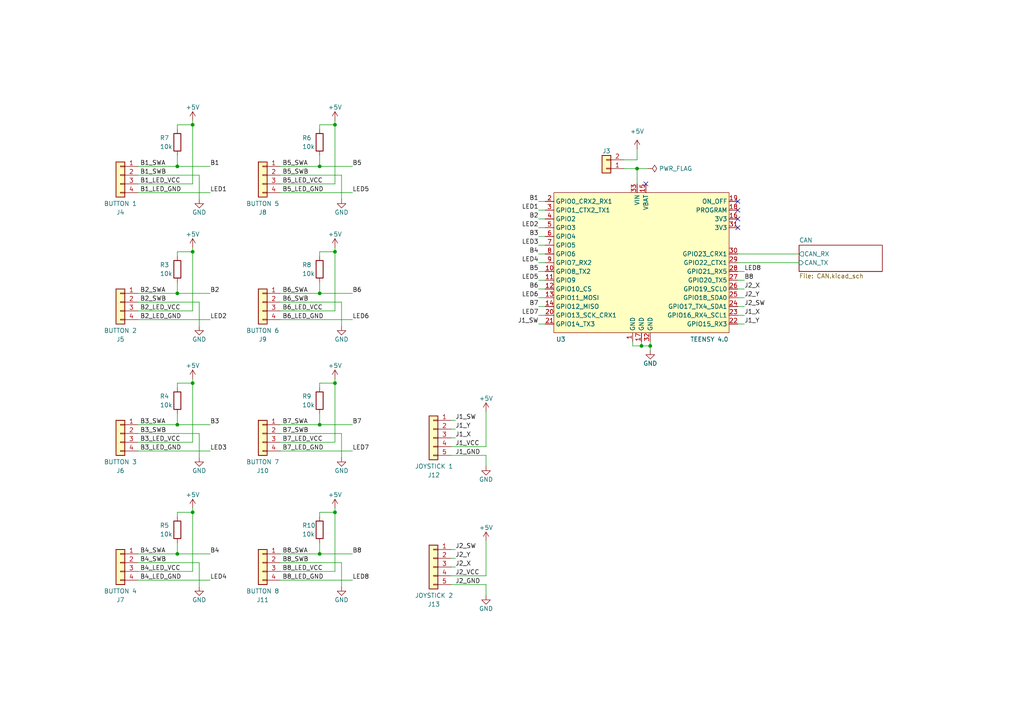
<source format=kicad_sch>
(kicad_sch (version 20230121) (generator eeschema)
  (paper "A4")
  (title_block (title "Tandem Leveller User Controls") (date "2025-02-25") (rev "V1.0") (company "(C) andy@britishideas.com 2025") (comment 1 "For personal use only, no commercial use") (comment 2 "Provided as-is, no warranty express or implied. Use at your own risk"))
  (lib_symbols
    (symbol "BritishIdeas2:Teensy_4.0"
      (property "Reference" "U" (at -27.94 -15.24 0))
      (symbol "Teensy_4.0_1_1"
        (rectangle (start 0 123.19) (end 50.8 82.55) (fill (type background)))
        (pin power_in line (at 22.86 80.01 90) (length 2.54) (name "GND") (number "1"))
        (pin passive line (at -2.54 100.33 0) (length 2.54) (name "GPIO8_TX2") (number "10"))
        (pin passive line (at -2.54 97.79 0) (length 2.54) (name "GPIO9") (number "11"))
        (pin passive line (at -2.54 95.25 0) (length 2.54) (name "GPIO10_CS") (number "12"))
        (pin passive line (at -2.54 92.71 0) (length 2.54) (name "GPIO11_MOSI") (number "13"))
        (pin passive line (at -2.54 90.17 0) (length 2.54) (name "GPIO12_MISO") (number "14"))
        (pin power_in line (at 26.67 125.73 270) (length 2.54) (name "VBAT") (number "15"))
        (pin power_out line (at 53.34 115.57 180) (length 2.54) (name "3V3") (number "16"))
        (pin power_in line (at 25.4 80.01 90) (length 2.54) (name "GND") (number "17"))
        (pin input line (at 53.34 118.11 180) (length 2.54) (name "PROGRAM") (number "18"))
        (pin input line (at 53.34 120.65 180) (length 2.54) (name "ON_OFF") (number "19"))
        (pin passive line (at -2.54 120.65 0) (length 2.54) (name "GPIO0_CRX2_RX1") (number "2"))
        (pin passive line (at -2.54 87.63 0) (length 2.54) (name "GPIO13_SCK_CRX1") (number "20"))
        (pin passive line (at -2.54 85.09 0) (length 2.54) (name "GPIO14_TX3") (number "21"))
        (pin passive line (at 53.34 85.09 180) (length 2.54) (name "GPIO15_RX3") (number "22"))
        (pin passive line (at 53.34 87.63 180) (length 2.54) (name "GPIO16_RX4_SCL1") (number "23"))
        (pin passive line (at 53.34 90.17 180) (length 2.54) (name "GPIO17_TX4_SDA1") (number "24"))
        (pin passive line (at 53.34 92.71 180) (length 2.54) (name "GPIO18_SDA0") (number "25"))
        (pin passive line (at 53.34 95.25 180) (length 2.54) (name "GPIO19_SCL0") (number "26"))
        (pin passive line (at 53.34 97.79 180) (length 2.54) (name "GPIO20_TX5") (number "27"))
        (pin passive line (at 53.34 100.33 180) (length 2.54) (name "GPIO21_RX5") (number "28"))
        (pin passive line (at 53.34 102.87 180) (length 2.54) (name "GPIO22_CTX1") (number "29"))
        (pin passive line (at -2.54 118.11 0) (length 2.54) (name "GPIO1_CTX2_TX1") (number "3"))
        (pin passive line (at 53.34 105.41 180) (length 2.54) (name "GPIO23_CRX1") (number "30"))
        (pin power_out line (at 53.34 113.03 180) (length 2.54) (name "3V3") (number "31"))
        (pin power_in line (at 27.94 80.01 90) (length 2.54) (name "GND") (number "32"))
        (pin power_in line (at 24.13 125.73 270) (length 2.54) (name "VIN") (number "33"))
        (pin passive line (at -2.54 115.57 0) (length 2.54) (name "GPIO2") (number "4"))
        (pin passive line (at -2.54 113.03 0) (length 2.54) (name "GPIO3") (number "5"))
        (pin passive line (at -2.54 110.49 0) (length 2.54) (name "GPIO4") (number "6"))
        (pin passive line (at -2.54 107.95 0) (length 2.54) (name "GPIO5") (number "7"))
        (pin passive line (at -2.54 105.41 0) (length 2.54) (name "GPIO6") (number "8"))
        (pin passive line (at -2.54 102.87 0) (length 2.54) (name "GPIO7_RX2") (number "9"))
      )
    )
    (symbol "Connector_Generic:Conn_01x02" (pin_names (offset 1.016) hide)
      (property "Reference" "J" (at 0 2.54 0))
      (property "Value" "Conn_01x02" (at 0 -5.08 0))
      (symbol "Conn_01x02_1_1"
        (rectangle (start -1.27 -2.413) (end 0 -2.667) (stroke (width 0.1524)))
        (rectangle (start -1.27 0.127) (end 0 -0.127) (stroke (width 0.1524)))
        (rectangle (start -1.27 1.27) (end 1.27 -3.81) (stroke (width 0.254)) (fill (type background)))
        (pin passive line (at -5.08 0 0) (length 3.81) (name "Pin_1") (number "1"))
        (pin passive line (at -5.08 -2.54 0) (length 3.81) (name "Pin_2") (number "2"))
      )
    )
    (symbol "Connector_Generic:Conn_01x04" (pin_names (offset 1.016) hide)
      (property "Reference" "J" (at 0 5.08 0))
      (property "Value" "Conn_01x04" (at 0 -7.62 0))
      (symbol "Conn_01x04_1_1"
        (rectangle (start -1.27 -4.953) (end 0 -5.207) (stroke (width 0.1524)))
        (rectangle (start -1.27 -2.413) (end 0 -2.667) (stroke (width 0.1524)))
        (rectangle (start -1.27 0.127) (end 0 -0.127) (stroke (width 0.1524)))
        (rectangle (start -1.27 2.667) (end 0 2.413) (stroke (width 0.1524)))
        (rectangle (start -1.27 3.81) (end 1.27 -6.35) (stroke (width 0.254)) (fill (type background)))
        (pin passive line (at -5.08 2.54 0) (length 3.81) (name "Pin_1") (number "1"))
        (pin passive line (at -5.08 0 0) (length 3.81) (name "Pin_2") (number "2"))
        (pin passive line (at -5.08 -2.54 0) (length 3.81) (name "Pin_3") (number "3"))
        (pin passive line (at -5.08 -5.08 0) (length 3.81) (name "Pin_4") (number "4"))
      )
    )
    (symbol "Connector_Generic:Conn_01x05" (pin_names (offset 1.016) hide)
      (property "Reference" "J" (at 0 7.62 0))
      (property "Value" "Conn_01x05" (at 0 -7.62 0))
      (symbol "Conn_01x05_1_1"
        (rectangle (start -1.27 -4.953) (end 0 -5.207) (stroke (width 0.1524)))
        (rectangle (start -1.27 -2.413) (end 0 -2.667) (stroke (width 0.1524)))
        (rectangle (start -1.27 0.127) (end 0 -0.127) (stroke (width 0.1524)))
        (rectangle (start -1.27 2.667) (end 0 2.413) (stroke (width 0.1524)))
        (rectangle (start -1.27 5.207) (end 0 4.953) (stroke (width 0.1524)))
        (rectangle (start -1.27 6.35) (end 1.27 -6.35) (stroke (width 0.254)) (fill (type background)))
        (pin passive line (at -5.08 5.08 0) (length 3.81) (name "Pin_1") (number "1"))
        (pin passive line (at -5.08 2.54 0) (length 3.81) (name "Pin_2") (number "2"))
        (pin passive line (at -5.08 0 0) (length 3.81) (name "Pin_3") (number "3"))
        (pin passive line (at -5.08 -2.54 0) (length 3.81) (name "Pin_4") (number "4"))
        (pin passive line (at -5.08 -5.08 0) (length 3.81) (name "Pin_5") (number "5"))
      )
    )
    (symbol "Device:R" (pin_numbers hide) (pin_names (offset 0))
      (property "Reference" "R" (at 2.032 0 90))
      (property "Value" "R" (at 0 0 90))
      (symbol "R_0_1"
        (rectangle (start -1.016 -2.54) (end 1.016 2.54) (stroke (width 0.254)))
      )
      (symbol "R_1_1"
        (pin passive line (at 0 3.81 270) (length 1.27) (name "~") (number "1"))
        (pin passive line (at 0 -3.81 90) (length 1.27) (name "~") (number "2"))
      )
    )
    (symbol "power:+5V" (power) (pin_names (offset 0))
      (property "Value" "+5V" (at 0 3.556 0))
      (symbol "+5V_0_1"
        (polyline (pts (xy -0.762 1.27) (xy 0 2.54)))
        (polyline (pts (xy 0 0) (xy 0 2.54)))
        (polyline (pts (xy 0 2.54) (xy 0.762 1.27)))
      )
      (symbol "+5V_1_1"
        (pin power_in line (at 0 0 90) (length 0) hide (name "+5V") (number "1"))
      )
    )
    (symbol "power:GND" (power) (pin_names (offset 0))
      (property "Value" "GND" (at 0 -3.81 0))
      (symbol "GND_0_1"
        (polyline (pts (xy 0 0) (xy 0 -1.27) (xy 1.27 -1.27) (xy 0 -2.54) (xy -1.27 -1.27) (xy 0 -1.27)))
      )
      (symbol "GND_1_1"
        (pin power_in line (at 0 0 270) (length 0) hide (name "GND") (number "1"))
      )
    )
    (symbol "power:PWR_FLAG" (power) (pin_numbers hide) (pin_names (offset 0) hide)
      (property "Value" "PWR_FLAG" (at 0 3.81 0))
      (symbol "PWR_FLAG_0_0"
        (pin power_out line (at 0 0 90) (length 0) (name "pwr") (number "1"))
      )
      (symbol "PWR_FLAG_0_1"
        (polyline (pts (xy 0 0) (xy 0 1.27) (xy -1.016 1.905) (xy 0 2.54) (xy 1.016 1.905) (xy 0 1.27)))
      )
    )
  )
  (junction (at 97.155 73.025))
  (junction (at 186.055 100.33))
  (junction (at 97.155 111.125))
  (junction (at 51.435 123.19))
  (junction (at 51.435 48.26))
  (junction (at 92.71 85.09))
  (junction (at 51.435 160.655))
  (junction (at 55.88 36.195))
  (junction (at 92.71 48.26))
  (junction (at 55.88 111.125))
  (junction (at 97.155 36.195))
  (junction (at 92.71 160.655))
  (junction (at 92.71 123.19))
  (junction (at 55.88 148.59))
  (junction (at 51.435 85.09))
  (junction (at 188.595 100.33))
  (junction (at 184.785 48.895))
  (junction (at 97.155 148.59))
  (junction (at 55.88 73.025))
  (no_connect (at 213.995 63.5))
  (no_connect (at 213.995 58.42))
  (no_connect (at 187.325 53.34))
  (no_connect (at 213.995 66.04))
  (no_connect (at 213.995 60.96))
  (wire (pts (xy 184.785 46.355) (xy 180.975 46.355)))
  (wire (pts (xy 92.71 73.025) (xy 97.155 73.025)))
  (wire (pts (xy 156.21 91.44) (xy 158.115 91.44)))
  (wire (pts (xy 130.81 161.925) (xy 132.08 161.925)))
  (wire (pts (xy 81.28 163.195) (xy 99.06 163.195)))
  (wire (pts (xy 156.21 66.04) (xy 158.115 66.04)))
  (wire (pts (xy 156.21 86.36) (xy 158.115 86.36)))
  (wire (pts (xy 156.21 76.2) (xy 158.115 76.2)))
  (wire (pts (xy 130.81 167.005) (xy 140.97 167.005)))
  (wire (pts (xy 81.28 85.09) (xy 92.71 85.09)))
  (wire (pts (xy 156.21 78.74) (xy 158.115 78.74)))
  (wire (pts (xy 81.28 50.8) (xy 99.06 50.8)))
  (wire (pts (xy 213.995 93.98) (xy 215.9 93.98)))
  (wire (pts (xy 40.005 55.88) (xy 60.96 55.88)))
  (wire (pts (xy 130.81 127) (xy 132.08 127)))
  (wire (pts (xy 156.21 93.98) (xy 158.115 93.98)))
  (wire (pts (xy 156.21 71.12) (xy 158.115 71.12)))
  (wire (pts (xy 140.97 156.845) (xy 140.97 167.005)))
  (wire (pts (xy 57.785 50.8) (xy 57.785 57.785)))
  (wire (pts (xy 92.71 85.09) (xy 102.235 85.09)))
  (wire (pts (xy 213.995 73.66) (xy 231.775 73.66)))
  (wire (pts (xy 97.155 73.025) (xy 97.155 90.17)))
  (wire (pts (xy 55.88 109.855) (xy 55.88 111.125)))
  (wire (pts (xy 156.21 73.66) (xy 158.115 73.66)))
  (wire (pts (xy 130.81 129.54) (xy 140.97 129.54)))
  (wire (pts (xy 51.435 81.915) (xy 51.435 85.09)))
  (wire (pts (xy 40.005 48.26) (xy 51.435 48.26)))
  (wire (pts (xy 99.06 163.195) (xy 99.06 170.18)))
  (wire (pts (xy 130.81 159.385) (xy 132.08 159.385)))
  (wire (pts (xy 81.28 160.655) (xy 92.71 160.655)))
  (wire (pts (xy 40.005 165.735) (xy 55.88 165.735)))
  (wire (pts (xy 97.155 109.855) (xy 97.155 111.125)))
  (wire (pts (xy 81.28 168.275) (xy 102.235 168.275)))
  (wire (pts (xy 51.435 149.86) (xy 51.435 148.59)))
  (wire (pts (xy 156.21 58.42) (xy 158.115 58.42)))
  (wire (pts (xy 97.155 34.925) (xy 97.155 36.195)))
  (wire (pts (xy 51.435 120.015) (xy 51.435 123.19)))
  (wire (pts (xy 213.995 88.9) (xy 215.9 88.9)))
  (wire (pts (xy 81.28 165.735) (xy 97.155 165.735)))
  (wire (pts (xy 40.005 163.195) (xy 57.785 163.195)))
  (wire (pts (xy 51.435 85.09) (xy 60.96 85.09)))
  (wire (pts (xy 99.06 87.63) (xy 99.06 94.615)))
  (wire (pts (xy 92.71 36.195) (xy 97.155 36.195)))
  (wire (pts (xy 81.28 123.19) (xy 92.71 123.19)))
  (wire (pts (xy 92.71 160.655) (xy 102.235 160.655)))
  (wire (pts (xy 55.88 147.32) (xy 55.88 148.59)))
  (wire (pts (xy 57.785 163.195) (xy 57.785 170.18)))
  (wire (pts (xy 81.28 92.71) (xy 102.235 92.71)))
  (wire (pts (xy 40.005 128.27) (xy 55.88 128.27)))
  (wire (pts (xy 81.28 48.26) (xy 92.71 48.26)))
  (wire (pts (xy 213.995 91.44) (xy 215.9 91.44)))
  (wire (pts (xy 184.785 48.895) (xy 180.975 48.895)))
  (wire (pts (xy 51.435 45.085) (xy 51.435 48.26)))
  (wire (pts (xy 213.995 76.2) (xy 231.775 76.2)))
  (wire (pts (xy 213.995 81.28) (xy 215.9 81.28)))
  (wire (pts (xy 92.71 149.86) (xy 92.71 148.59)))
  (wire (pts (xy 51.435 123.19) (xy 60.96 123.19)))
  (wire (pts (xy 51.435 112.395) (xy 51.435 111.125)))
  (wire (pts (xy 92.71 123.19) (xy 102.235 123.19)))
  (wire (pts (xy 97.155 111.125) (xy 97.155 128.27)))
  (wire (pts (xy 130.81 164.465) (xy 132.08 164.465)))
  (wire (pts (xy 140.97 135.255) (xy 140.97 132.08)))
  (wire (pts (xy 188.595 99.06) (xy 188.595 100.33)))
  (wire (pts (xy 81.28 130.81) (xy 102.235 130.81)))
  (wire (pts (xy 184.785 48.895) (xy 184.785 53.34)))
  (wire (pts (xy 92.71 157.48) (xy 92.71 160.655)))
  (wire (pts (xy 51.435 37.465) (xy 51.435 36.195)))
  (wire (pts (xy 92.71 45.085) (xy 92.71 48.26)))
  (wire (pts (xy 51.435 73.025) (xy 55.88 73.025)))
  (wire (pts (xy 130.81 124.46) (xy 132.08 124.46)))
  (wire (pts (xy 81.28 87.63) (xy 99.06 87.63)))
  (wire (pts (xy 130.81 169.545) (xy 140.97 169.545)))
  (wire (pts (xy 156.21 63.5) (xy 158.115 63.5)))
  (wire (pts (xy 40.005 85.09) (xy 51.435 85.09)))
  (wire (pts (xy 92.71 112.395) (xy 92.71 111.125)))
  (wire (pts (xy 213.995 83.82) (xy 215.9 83.82)))
  (wire (pts (xy 99.06 125.73) (xy 99.06 132.715)))
  (wire (pts (xy 55.88 148.59) (xy 55.88 165.735)))
  (wire (pts (xy 40.005 160.655) (xy 51.435 160.655)))
  (wire (pts (xy 40.005 125.73) (xy 57.785 125.73)))
  (wire (pts (xy 40.005 90.17) (xy 55.88 90.17)))
  (wire (pts (xy 92.71 111.125) (xy 97.155 111.125)))
  (wire (pts (xy 81.28 90.17) (xy 97.155 90.17)))
  (wire (pts (xy 81.28 53.34) (xy 97.155 53.34)))
  (wire (pts (xy 92.71 74.295) (xy 92.71 73.025)))
  (wire (pts (xy 51.435 36.195) (xy 55.88 36.195)))
  (wire (pts (xy 92.71 37.465) (xy 92.71 36.195)))
  (wire (pts (xy 97.155 71.755) (xy 97.155 73.025)))
  (wire (pts (xy 186.055 100.33) (xy 188.595 100.33)))
  (wire (pts (xy 213.995 86.36) (xy 215.9 86.36)))
  (wire (pts (xy 55.88 36.195) (xy 55.88 53.34)))
  (wire (pts (xy 184.785 48.895) (xy 187.96 48.895)))
  (wire (pts (xy 81.28 55.88) (xy 102.235 55.88)))
  (wire (pts (xy 92.71 48.26) (xy 102.235 48.26)))
  (wire (pts (xy 51.435 74.295) (xy 51.435 73.025)))
  (wire (pts (xy 55.88 111.125) (xy 55.88 128.27)))
  (wire (pts (xy 81.28 128.27) (xy 97.155 128.27)))
  (wire (pts (xy 40.005 53.34) (xy 55.88 53.34)))
  (wire (pts (xy 156.21 68.58) (xy 158.115 68.58)))
  (wire (pts (xy 51.435 48.26) (xy 60.96 48.26)))
  (wire (pts (xy 130.81 132.08) (xy 140.97 132.08)))
  (wire (pts (xy 51.435 111.125) (xy 55.88 111.125)))
  (wire (pts (xy 183.515 100.33) (xy 186.055 100.33)))
  (wire (pts (xy 156.21 88.9) (xy 158.115 88.9)))
  (wire (pts (xy 184.785 43.18) (xy 184.785 46.355)))
  (wire (pts (xy 51.435 157.48) (xy 51.435 160.655)))
  (wire (pts (xy 57.785 87.63) (xy 57.785 94.615)))
  (wire (pts (xy 40.005 87.63) (xy 57.785 87.63)))
  (wire (pts (xy 92.71 81.915) (xy 92.71 85.09)))
  (wire (pts (xy 55.88 73.025) (xy 55.88 90.17)))
  (wire (pts (xy 97.155 148.59) (xy 97.155 165.735)))
  (wire (pts (xy 97.155 36.195) (xy 97.155 53.34)))
  (wire (pts (xy 183.515 99.06) (xy 183.515 100.33)))
  (wire (pts (xy 92.71 148.59) (xy 97.155 148.59)))
  (wire (pts (xy 188.595 100.33) (xy 188.595 101.6)))
  (wire (pts (xy 213.995 78.74) (xy 215.9 78.74)))
  (wire (pts (xy 81.28 125.73) (xy 99.06 125.73)))
  (wire (pts (xy 156.21 83.82) (xy 158.115 83.82)))
  (wire (pts (xy 40.005 50.8) (xy 57.785 50.8)))
  (wire (pts (xy 40.005 130.81) (xy 60.96 130.81)))
  (wire (pts (xy 186.055 99.06) (xy 186.055 100.33)))
  (wire (pts (xy 40.005 168.275) (xy 60.96 168.275)))
  (wire (pts (xy 97.155 147.32) (xy 97.155 148.59)))
  (wire (pts (xy 156.21 60.96) (xy 158.115 60.96)))
  (wire (pts (xy 140.97 172.72) (xy 140.97 169.545)))
  (wire (pts (xy 130.81 121.92) (xy 132.08 121.92)))
  (wire (pts (xy 156.21 81.28) (xy 158.115 81.28)))
  (wire (pts (xy 99.06 50.8) (xy 99.06 57.785)))
  (wire (pts (xy 55.88 71.755) (xy 55.88 73.025)))
  (wire (pts (xy 40.005 92.71) (xy 60.96 92.71)))
  (wire (pts (xy 40.005 123.19) (xy 51.435 123.19)))
  (wire (pts (xy 51.435 148.59) (xy 55.88 148.59)))
  (wire (pts (xy 57.785 125.73) (xy 57.785 132.715)))
  (wire (pts (xy 51.435 160.655) (xy 60.96 160.655)))
  (wire (pts (xy 92.71 120.015) (xy 92.71 123.19)))
  (wire (pts (xy 140.97 119.38) (xy 140.97 129.54)))
  (wire (pts (xy 55.88 34.925) (xy 55.88 36.195)))
  (label "B2_SWB" (at 40.64 87.63 0))
  (label "B7" (at 156.21 88.9 180))
  (label "B8_LED_VCC" (at 81.915 165.735 0))
  (label "B8" (at 102.235 160.655 0))
  (label "J2_X" (at 132.08 164.465 0))
  (label "J1_X" (at 132.08 127 0))
  (label "J2_Y" (at 132.08 161.925 0))
  (label "J1_X" (at 215.9 91.44 0))
  (label "B2" (at 156.21 63.5 180))
  (label "J2_GND" (at 132.08 169.545 0))
  (label "B2_SWA" (at 40.64 85.09 0))
  (label "B8_SWA" (at 81.915 160.655 0))
  (label "B1" (at 156.21 58.42 180))
  (label "J1_SW" (at 156.21 93.98 180))
  (label "B4" (at 60.96 160.655 0))
  (label "LED5" (at 102.235 55.88 0))
  (label "LED5" (at 156.21 81.28 180))
  (label "B1_SWA" (at 40.64 48.26 0))
  (label "LED1" (at 60.96 55.88 0))
  (label "J1_Y" (at 132.08 124.46 0))
  (label "B6" (at 156.21 83.82 180))
  (label "B8_LED_GND" (at 81.915 168.275 0))
  (label "B5" (at 156.21 78.74 180))
  (label "B6_LED_GND" (at 81.915 92.71 0))
  (label "J1_VCC" (at 132.08 129.54 0))
  (label "B1" (at 60.96 48.26 0))
  (label "LED8" (at 102.235 168.275 0))
  (label "LED4" (at 60.96 168.275 0))
  (label "B4_SWB" (at 40.64 163.195 0))
  (label "J2_X" (at 215.9 83.82 0))
  (label "B7_SWB" (at 81.915 125.73 0))
  (label "B3" (at 60.96 123.19 0))
  (label "B4_LED_VCC" (at 40.64 165.735 0))
  (label "J1_GND" (at 132.08 132.08 0))
  (label "B3_LED_GND" (at 40.64 130.81 0))
  (label "LED2" (at 156.21 66.04 180))
  (label "B1_LED_GND" (at 40.64 55.88 0))
  (label "LED7" (at 102.235 130.81 0))
  (label "B7" (at 102.235 123.19 0))
  (label "B8" (at 215.9 81.28 0))
  (label "B6_LED_VCC" (at 81.915 90.17 0))
  (label "B1_SWB" (at 40.64 50.8 0))
  (label "B5_LED_VCC" (at 81.915 53.34 0))
  (label "B3_SWA" (at 40.64 123.19 0))
  (label "B6_SWA" (at 81.915 85.09 0))
  (label "B5" (at 102.235 48.26 0))
  (label "B7_LED_GND" (at 81.915 130.81 0))
  (label "B5_LED_GND" (at 81.915 55.88 0))
  (label "J1_SW" (at 132.08 121.92 0))
  (label "B8_SWB" (at 81.915 163.195 0))
  (label "B5_SWA" (at 81.915 48.26 0))
  (label "J2_Y" (at 215.9 86.36 0))
  (label "B4_LED_GND" (at 40.64 168.275 0))
  (label "B7_LED_VCC" (at 81.915 128.27 0))
  (label "B1_LED_VCC" (at 40.64 53.34 0))
  (label "J2_SW" (at 215.9 88.9 0))
  (label "J2_SW" (at 132.08 159.385 0))
  (label "LED1" (at 156.21 60.96 180))
  (label "B2_LED_GND" (at 40.64 92.71 0))
  (label "B2_LED_VCC" (at 40.64 90.17 0))
  (label "LED6" (at 102.235 92.71 0))
  (label "J2_VCC" (at 132.08 167.005 0))
  (label "LED3" (at 156.21 71.12 180))
  (label "B5_SWB" (at 81.915 50.8 0))
  (label "B3_LED_VCC" (at 40.64 128.27 0))
  (label "LED6" (at 156.21 86.36 180))
  (label "B4_SWA" (at 40.64 160.655 0))
  (label "LED8" (at 215.9 78.74 0))
  (label "B6" (at 102.235 85.09 0))
  (label "LED7" (at 156.21 91.44 180))
  (label "B6_SWB" (at 81.915 87.63 0))
  (label "B2" (at 60.96 85.09 0))
  (label "J1_Y" (at 215.9 93.98 0))
  (label "LED4" (at 156.21 76.2 180))
  (label "LED3" (at 60.96 130.81 0))
  (label "B3" (at 156.21 68.58 180))
  (label "B3_SWB" (at 40.64 125.73 0))
  (label "LED2" (at 60.96 92.71 0))
  (label "B4" (at 156.21 73.66 180))
  (label "B7_SWA" (at 81.915 123.19 0))
  (symbol (lib_id "Device:R") (at 51.435 41.275 0) (unit 1)
    (property "Reference" "R7" (at 46.355 40.005 0) (effects (justify left)))
    (property "Value" "10k" (at 46.355 42.545 0) (effects (justify left)))
    (property "Footprint" "Resistor_SMD:R_0805_2012Metric" (effects hide))
    (property "LCSC" "C17414" (effects hide))
  )
  (symbol (lib_id "Connector_Generic:Conn_01x05") (at 125.73 127 0) (mirror y) (unit 1)
    (property "Reference" "J12" (at 127.635 137.795 0) (effects (justify left)))
    (property "Value" "JOYSTICK 1" (at 131.445 135.255 0) (effects (justify left)))
    (property "Footprint" "Connector_JST:JST_PH_B5B-PH-K_1x05_P2.00mm_Vertical" (effects hide))
    (property "manf#" "B5B-PH-K-S" (effects hide))
    (property "LCSC" "C157993" (effects hide))
  )
  (symbol (lib_id "Device:R") (at 92.71 116.205 0) (unit 1)
    (property "Reference" "R9" (at 87.63 114.935 0) (effects (justify left)))
    (property "Value" "10k" (at 87.63 117.475 0) (effects (justify left)))
    (property "Footprint" "Resistor_SMD:R_0805_2012Metric" (effects hide))
    (property "LCSC" "C17414" (effects hide))
  )
  (symbol (lib_id "power:GND") (at 57.785 132.715 0) (unit 1)
    (property "Reference" "#PWR016" (effects hide))
    (property "Value" "GND" (at 57.785 136.525 0))
  )
  (symbol (lib_id "power:+5V") (at 97.155 109.855 0) (unit 1)
    (property "Reference" "#PWR025" (effects hide))
    (property "Value" "+5V" (at 97.155 106.045 0))
  )
  (symbol (lib_id "power:+5V") (at 140.97 119.38 0) (unit 1)
    (property "Reference" "#PWR030" (effects hide))
    (property "Value" "+5V" (at 140.97 115.57 0))
  )
  (symbol (lib_id "power:PWR_FLAG") (at 187.96 48.895 270) (unit 1)
    (property "Reference" "#FLG04" (effects hide))
    (property "Value" "PWR_FLAG" (at 191.135 48.895 90) (effects (justify left)))
  )
  (symbol (lib_id "power:GND") (at 99.06 170.18 0) (unit 1)
    (property "Reference" "#PWR028" (effects hide))
    (property "Value" "GND" (at 99.06 173.99 0))
  )
  (symbol (lib_id "power:+5V") (at 97.155 34.925 0) (unit 1)
    (property "Reference" "#PWR019" (effects hide))
    (property "Value" "+5V" (at 97.155 31.115 0))
  )
  (symbol (lib_id "power:GND") (at 188.595 101.6 0) (unit 1)
    (property "Reference" "#PWR012" (effects hide))
    (property "Value" "GND" (at 188.595 105.41 0))
  )
  (symbol (lib_id "Device:R") (at 92.71 153.67 0) (unit 1)
    (property "Reference" "R10" (at 87.63 152.4 0) (effects (justify left)))
    (property "Value" "10k" (at 87.63 154.94 0) (effects (justify left)))
    (property "Footprint" "Resistor_SMD:R_0805_2012Metric" (effects hide))
    (property "LCSC" "C17414" (effects hide))
  )
  (symbol (lib_id "power:GND") (at 99.06 57.785 0) (unit 1)
    (property "Reference" "#PWR020" (effects hide))
    (property "Value" "GND" (at 99.06 61.595 0))
  )
  (symbol (lib_id "Device:R") (at 51.435 78.105 0) (unit 1)
    (property "Reference" "R3" (at 46.355 76.835 0) (effects (justify left)))
    (property "Value" "10k" (at 46.355 79.375 0) (effects (justify left)))
    (property "Footprint" "Resistor_SMD:R_0805_2012Metric" (effects hide))
    (property "LCSC" "C17414" (effects hide))
  )
  (symbol (lib_id "Connector_Generic:Conn_01x04") (at 76.2 125.73 0) (mirror y) (unit 1)
    (property "Reference" "J10" (at 76.2 136.525 0))
    (property "Value" "BUTTON 7" (at 76.2 133.985 0))
    (property "Footprint" "Connector_JST:JST_PH_B4B-PH-K_1x04_P2.00mm_Vertical" (effects hide))
    (property "manf#" "B4B-PH-K-S" (effects hide))
    (property "LCSC" "C131334" (effects hide))
  )
  (symbol (lib_id "power:+5V") (at 55.88 34.925 0) (unit 1)
    (property "Reference" "#PWR021" (effects hide))
    (property "Value" "+5V" (at 55.88 31.115 0))
  )
  (symbol (lib_id "Device:R") (at 51.435 116.205 0) (unit 1)
    (property "Reference" "R4" (at 46.355 114.935 0) (effects (justify left)))
    (property "Value" "10k" (at 46.355 117.475 0) (effects (justify left)))
    (property "Footprint" "Resistor_SMD:R_0805_2012Metric" (effects hide))
    (property "LCSC" "C17414" (effects hide))
  )
  (symbol (lib_id "power:+5V") (at 55.88 147.32 0) (unit 1)
    (property "Reference" "#PWR017" (effects hide))
    (property "Value" "+5V" (at 55.88 143.51 0))
  )
  (symbol (lib_id "power:+5V") (at 55.88 109.855 0) (unit 1)
    (property "Reference" "#PWR015" (effects hide))
    (property "Value" "+5V" (at 55.88 106.045 0))
  )
  (symbol (lib_id "Device:R") (at 92.71 41.275 0) (unit 1)
    (property "Reference" "R6" (at 87.63 40.005 0) (effects (justify left)))
    (property "Value" "10k" (at 87.63 42.545 0) (effects (justify left)))
    (property "Footprint" "Resistor_SMD:R_0805_2012Metric" (effects hide))
    (property "LCSC" "C17414" (effects hide))
  )
  (symbol (lib_id "power:+5V") (at 97.155 71.755 0) (unit 1)
    (property "Reference" "#PWR023" (effects hide))
    (property "Value" "+5V" (at 97.155 67.945 0))
  )
  (symbol (lib_id "Device:R") (at 92.71 78.105 0) (unit 1)
    (property "Reference" "R8" (at 87.63 76.835 0) (effects (justify left)))
    (property "Value" "10k" (at 87.63 79.375 0) (effects (justify left)))
    (property "Footprint" "Resistor_SMD:R_0805_2012Metric" (effects hide))
    (property "LCSC" "C17414" (effects hide))
  )
  (symbol (lib_id "BritishIdeas2:Teensy_4.0") (at 160.655 179.07 0) (unit 1)
    (property "Reference" "U3" (at 161.29 98.425 0) (effects (justify left)))
    (property "Value" "TEENSY 4.0" (at 205.74 98.425 0))
    (property "Footprint" "Britishideas:Teensy_4.0" (effects hide))
  )
  (symbol (lib_id "Connector_Generic:Conn_01x05") (at 125.73 164.465 0) (mirror y) (unit 1)
    (property "Reference" "J13" (at 127.635 175.26 0) (effects (justify left)))
    (property "Value" "JOYSTICK 2" (at 131.445 172.72 0) (effects (justify left)))
    (property "Footprint" "Connector_JST:JST_PH_B5B-PH-K_1x05_P2.00mm_Vertical" (effects hide))
    (property "manf#" "B5B-PH-K-S" (effects hide))
    (property "LCSC" "C157993" (effects hide))
  )
  (symbol (lib_id "power:+5V") (at 184.785 43.18 0) (unit 1)
    (property "Reference" "#PWR011" (effects hide))
    (property "Value" "+5V" (at 184.785 38.1 0))
  )
  (symbol (lib_id "Connector_Generic:Conn_01x04") (at 34.925 125.73 0) (mirror y) (unit 1)
    (property "Reference" "J6" (at 34.925 136.525 0))
    (property "Value" "BUTTON 3" (at 34.925 133.985 0))
    (property "Footprint" "Connector_JST:JST_PH_B4B-PH-K_1x04_P2.00mm_Vertical" (effects hide))
    (property "manf#" "B4B-PH-K-S" (effects hide))
    (property "LCSC" "C131334" (effects hide))
  )
  (symbol (lib_id "Connector_Generic:Conn_01x02") (at 175.895 48.895 180) (unit 1)
    (property "Reference" "J3" (at 175.895 43.815 0))
    (property "Value" "Conn_01x02" (effects hide))
    (property "Footprint" "Connector_PinHeader_2.54mm:PinHeader_1x02_P2.54mm_Vertical" (effects hide))
    (property "LCSC" "C7494857" (effects hide))
  )
  (symbol (lib_id "power:GND") (at 140.97 135.255 0) (unit 1)
    (property "Reference" "#PWR029" (effects hide))
    (property "Value" "GND" (at 140.97 139.065 0))
  )
  (symbol (lib_id "power:+5V") (at 140.97 156.845 0) (unit 1)
    (property "Reference" "#PWR031" (effects hide))
    (property "Value" "+5V" (at 140.97 153.035 0))
  )
  (symbol (lib_id "power:GND") (at 57.785 57.785 0) (unit 1)
    (property "Reference" "#PWR022" (effects hide))
    (property "Value" "GND" (at 57.785 61.595 0))
  )
  (symbol (lib_id "power:GND") (at 57.785 94.615 0) (unit 1)
    (property "Reference" "#PWR014" (effects hide))
    (property "Value" "GND" (at 57.785 98.425 0))
  )
  (symbol (lib_id "Connector_Generic:Conn_01x04") (at 76.2 163.195 0) (mirror y) (unit 1)
    (property "Reference" "J11" (at 76.2 173.99 0))
    (property "Value" "BUTTON 8" (at 76.2 171.45 0))
    (property "Footprint" "Connector_JST:JST_PH_B4B-PH-K_1x04_P2.00mm_Vertical" (effects hide))
    (property "manf#" "B4B-PH-K-S" (effects hide))
    (property "LCSC" "C131334" (effects hide))
  )
  (symbol (lib_id "power:+5V") (at 55.88 71.755 0) (unit 1)
    (property "Reference" "#PWR013" (effects hide))
    (property "Value" "+5V" (at 55.88 67.945 0))
  )
  (symbol (lib_id "power:GND") (at 140.97 172.72 0) (unit 1)
    (property "Reference" "#PWR032" (effects hide))
    (property "Value" "GND" (at 140.97 176.53 0))
  )
  (symbol (lib_id "Connector_Generic:Conn_01x04") (at 34.925 163.195 0) (mirror y) (unit 1)
    (property "Reference" "J7" (at 34.925 173.99 0))
    (property "Value" "BUTTON 4" (at 34.925 171.45 0))
    (property "Footprint" "Connector_JST:JST_PH_B4B-PH-K_1x04_P2.00mm_Vertical" (effects hide))
    (property "manf#" "B4B-PH-K-S" (effects hide))
    (property "LCSC" "C131334" (effects hide))
  )
  (symbol (lib_id "Device:R") (at 51.435 153.67 0) (unit 1)
    (property "Reference" "R5" (at 46.355 152.4 0) (effects (justify left)))
    (property "Value" "10k" (at 46.355 154.94 0) (effects (justify left)))
    (property "Footprint" "Resistor_SMD:R_0805_2012Metric" (effects hide))
    (property "LCSC" "C17414" (effects hide))
  )
  (symbol (lib_id "Connector_Generic:Conn_01x04") (at 76.2 50.8 0) (mirror y) (unit 1)
    (property "Reference" "J8" (at 76.2 61.595 0))
    (property "Value" "BUTTON 5" (at 76.2 59.055 0))
    (property "Footprint" "Connector_JST:JST_PH_B4B-PH-K_1x04_P2.00mm_Vertical" (effects hide))
    (property "manf#" "B4B-PH-K-S" (effects hide))
    (property "LCSC" "C131334" (effects hide))
  )
  (symbol (lib_id "power:+5V") (at 97.155 147.32 0) (unit 1)
    (property "Reference" "#PWR027" (effects hide))
    (property "Value" "+5V" (at 97.155 143.51 0))
  )
  (symbol (lib_id "Connector_Generic:Conn_01x04") (at 34.925 50.8 0) (mirror y) (unit 1)
    (property "Reference" "J4" (at 34.925 61.595 0))
    (property "Value" "BUTTON 1" (at 34.925 59.055 0))
    (property "Footprint" "Connector_JST:JST_PH_B4B-PH-K_1x04_P2.00mm_Vertical" (effects hide))
    (property "manf#" "B4B-PH-K-S" (effects hide))
    (property "LCSC" "C131334" (effects hide))
  )
  (symbol (lib_id "Connector_Generic:Conn_01x04") (at 34.925 87.63 0) (mirror y) (unit 1)
    (property "Reference" "J5" (at 34.925 98.425 0))
    (property "Value" "BUTTON 2" (at 34.925 95.885 0))
    (property "Footprint" "Connector_JST:JST_PH_B4B-PH-K_1x04_P2.00mm_Vertical" (effects hide))
    (property "manf#" "B4B-PH-K-S" (effects hide))
    (property "LCSC" "C131334" (effects hide))
  )
  (symbol (lib_id "power:GND") (at 57.785 170.18 0) (unit 1)
    (property "Reference" "#PWR018" (effects hide))
    (property "Value" "GND" (at 57.785 173.99 0))
  )
  (symbol (lib_id "power:GND") (at 99.06 94.615 0) (unit 1)
    (property "Reference" "#PWR024" (effects hide))
    (property "Value" "GND" (at 99.06 98.425 0))
  )
  (symbol (lib_id "power:GND") (at 99.06 132.715 0) (unit 1)
    (property "Reference" "#PWR026" (effects hide))
    (property "Value" "GND" (at 99.06 136.525 0))
  )
  (symbol (lib_id "Connector_Generic:Conn_01x04") (at 76.2 87.63 0) (mirror y) (unit 1)
    (property "Reference" "J9" (at 76.2 98.425 0))
    (property "Value" "BUTTON 6" (at 76.2 95.885 0))
    (property "Footprint" "Connector_JST:JST_PH_B4B-PH-K_1x04_P2.00mm_Vertical" (effects hide))
    (property "manf#" "B4B-PH-K-S" (effects hide))
    (property "LCSC" "C131334" (effects hide))
  )
  (sheet (at 231.775 71.12) (size 24.13 7.62) (stroke (width 0.1524))
    (property "Sheetname" "CAN" (at 231.775 70.4084 0) (effects (justify left bottom)))
    (property "Sheetfile" "CAN.kicad_sch" (at 231.775 79.3246 0) (effects (justify left top)))
    (pin "CAN_TX" input (at 231.775 76.2 180))
    (pin "CAN_RX" output (at 231.775 73.66 180))
  )
)
</source>
